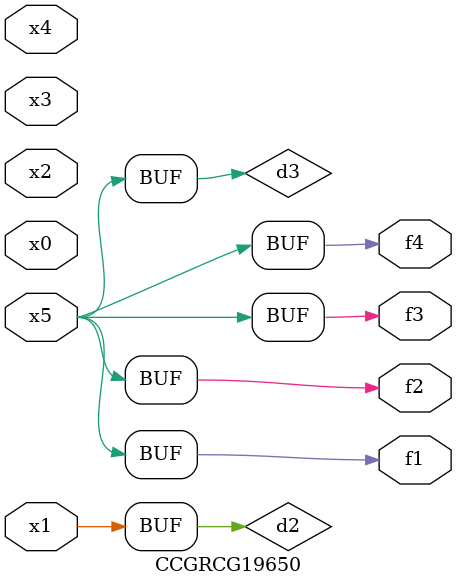
<source format=v>
module CCGRCG19650(
	input x0, x1, x2, x3, x4, x5,
	output f1, f2, f3, f4
);

	wire d1, d2, d3;

	not (d1, x5);
	or (d2, x1);
	xnor (d3, d1);
	assign f1 = d3;
	assign f2 = d3;
	assign f3 = d3;
	assign f4 = d3;
endmodule

</source>
